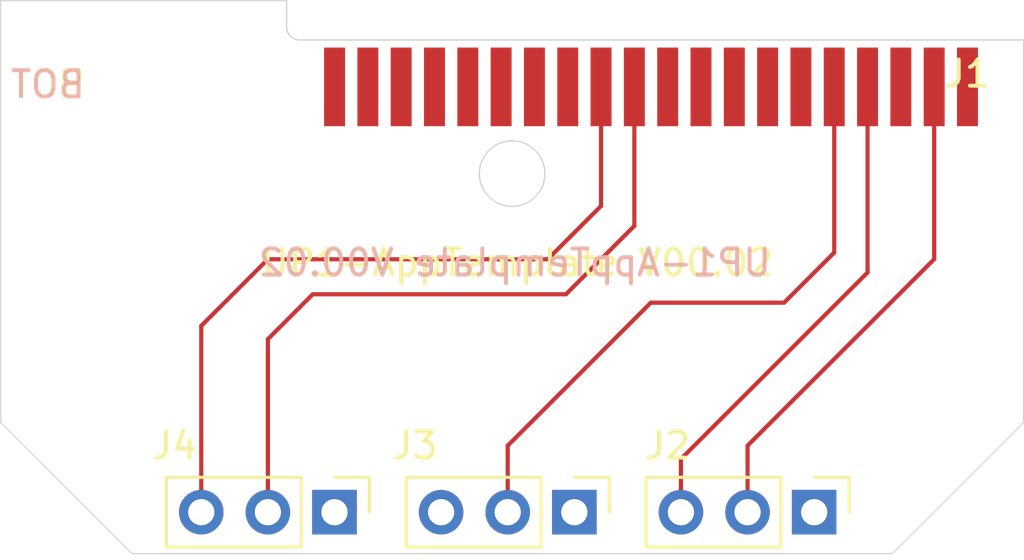
<source format=kicad_pcb>
(kicad_pcb (version 20221018) (generator pcbnew)
  (title_block (date "2022-03-08") (rev "V00.02"))
  (layers (0 "F.Cu" signal) (31 "B.Cu" signal) (34 "B.Paste" user) (35 "F.Paste" user) (36 "B.SilkS" user "B.Silkscreen") (37 "F.SilkS" user "F.Silkscreen") (38 "B.Mask" user) (39 "F.Mask" user) (44 "Edge.Cuts" user))
  (net 0 "")
  (net 1 "GND")
  (net 2 "5V")
  (net 3 "3V3")
  (net 9 "DEBUG_TX")
  (net 10 "DEBUG_RX")
  (net 19 "In")
  (net 20 "Out")
  (footprint "OpenKNX:OpenKNX_UP1-PCBConnector_1x20_App_3D" (layer "F.Cu") (at 126.86 122.19 180)
    (fp_text reference "J1" (at 0 0.5) (layer "F.SilkS"))
    (fp_text value "OpenKNX_UP1-Controller2040" hide)
    (pad "1" smd rect (at 0 0 270) (size 3 0.8) (layers "F.Cu" "F.Paste" "F.Mask") (net 1 "GND"))
    (pad "2" smd rect (at 1.27 0 270) (size 3 0.8) (layers "F.Cu" "F.Paste" "F.Mask") (net 3 "3V3"))
    (pad "3" smd rect (at 2.54 0 270) (size 3 0.8) (layers "F.Cu" "F.Paste" "F.Mask") (net 2 "5V"))
    (pad "4" smd rect (at 3.81 0 270) (size 3 0.8) (layers "F.Cu" "F.Paste" "F.Mask") (net 19 "In"))
    (pad "5" smd rect (at 5.08 0 270) (size 3 0.8) (layers "F.Cu" "F.Paste" "F.Mask") (net 20 "Out"))
    (pad "6" smd rect (at 6.35 0 270) (size 3 0.8) (layers "F.Cu" "F.Paste" "F.Mask"))
    (pad "7" smd rect (at 7.62 0 270) (size 3 0.8) (layers "F.Cu" "F.Paste" "F.Mask"))
    (pad "8" smd rect (at 8.89 0 270) (size 3 0.8) (layers "F.Cu" "F.Paste" "F.Mask"))
    (pad "9" smd rect (at 10.16 0 270) (size 3 0.8) (layers "F.Cu" "F.Paste" "F.Mask"))
    (pad "10" smd rect (at 11.43 0 270) (size 3 0.8) (layers "F.Cu" "F.Paste" "F.Mask"))
    (pad "11" smd rect (at 12.7 0 270) (size 3 0.8) (layers "F.Cu" "F.Paste" "F.Mask") (net 9 "DEBUG_TX"))
    (pad "12" smd rect (at 13.97 0 270) (size 3 0.8) (layers "F.Cu" "F.Paste" "F.Mask") (net 10 "DEBUG_RX"))
    (pad "13" smd rect (at 15.24 0 270) (size 3 0.8) (layers "F.Cu" "F.Paste" "F.Mask"))
    (pad "14" smd rect (at 16.51 0 270) (size 3 0.8) (layers "F.Cu" "F.Paste" "F.Mask"))
    (pad "15" smd rect (at 17.78 0 270) (size 3 0.8) (layers "F.Cu" "F.Paste" "F.Mask"))
    (pad "16" smd rect (at 19.05 0 270) (size 3 0.8) (layers "F.Cu" "F.Paste" "F.Mask"))
    (pad "17" smd rect (at 20.32 0 270) (size 3 0.8) (layers "F.Cu" "F.Paste" "F.Mask"))
    (pad "18" smd rect (at 21.59 0 270) (size 3 0.8) (layers "F.Cu" "F.Paste" "F.Mask"))
    (pad "19" smd rect (at 22.86 0 270) (size 3 0.8) (layers "F.Cu" "F.Paste" "F.Mask"))
    (pad "20" smd rect (at 24.13 0 270) (size 3 0.8) (layers "F.Cu" "F.Paste" "F.Mask"))
  )
  (footprint "Connector_PinHeader_2.54mm:PinHeader_1x03_P2.54mm_Vertical" (layer "F.Cu") (at 121.016 138.42 -90)
    (fp_text reference "J2" (at -2.54 5.588) (layer "F.SilkS"))
    (fp_text value "Recv")
    (fp_line (start -1.33 -1.33) (end 0 -1.33) (stroke (width 0.12)) (layer "F.SilkS"))
    (fp_line (start -1.33 0) (end -1.33 -1.33) (stroke (width 0.12)) (layer "F.SilkS"))
    (fp_line (start -1.33 1.27) (end -1.33 6.41) (stroke (width 0.12)) (layer "F.SilkS"))
    (fp_line (start -1.33 1.27) (end 1.33 1.27) (stroke (width 0.12)) (layer "F.SilkS"))
    (fp_line (start -1.33 6.41) (end 1.33 6.41) (stroke (width 0.12)) (layer "F.SilkS"))
    (fp_line (start 1.33 1.27) (end 1.33 6.41) (stroke (width 0.12)) (layer "F.SilkS"))
    (pad "1" thru_hole rect (at 0 0 270) (size 1.7 1.7) (drill 1) (layers "*.Cu" "*.Mask") (net 1 "GND"))
    (pad "2" thru_hole oval (at 0 2.54 270) (size 1.7 1.7) (drill 1) (layers "*.Cu" "*.Mask") (net 3 "3V3"))
    (pad "3" thru_hole oval (at 0 5.08 270) (size 1.7 1.7) (drill 1) (layers "*.Cu" "*.Mask") (net 19 "In"))
  )
  (footprint "Connector_PinHeader_2.54mm:PinHeader_1x03_P2.54mm_Vertical" (layer "F.Cu") (at 111.872 138.42 -90)
    (fp_text reference "J3" (at -2.54 6.081) (layer "F.SilkS"))
    (fp_text value "Send")
    (fp_line (start -1.33 -1.33) (end 0 -1.33) (stroke (width 0.12)) (layer "F.SilkS"))
    (fp_line (start -1.33 0) (end -1.33 -1.33) (stroke (width 0.12)) (layer "F.SilkS"))
    (fp_line (start -1.33 1.27) (end -1.33 6.41) (stroke (width 0.12)) (layer "F.SilkS"))
    (fp_line (start -1.33 1.27) (end 1.33 1.27) (stroke (width 0.12)) (layer "F.SilkS"))
    (fp_line (start -1.33 6.41) (end 1.33 6.41) (stroke (width 0.12)) (layer "F.SilkS"))
    (fp_line (start 1.33 1.27) (end 1.33 6.41) (stroke (width 0.12)) (layer "F.SilkS"))
    (pad "1" thru_hole rect (at 0 0 270) (size 1.7 1.7) (drill 1) (layers "*.Cu" "*.Mask") (net 1 "GND"))
    (pad "2" thru_hole oval (at 0 2.54 270) (size 1.7 1.7) (drill 1) (layers "*.Cu" "*.Mask") (net 20 "Out"))
    (pad "3" thru_hole oval (at 0 5.08 270) (size 1.7 1.7) (drill 1) (layers "*.Cu" "*.Mask") (net 1 "GND"))
  )
  (footprint "Connector_PinHeader_2.54mm:PinHeader_1x03_P2.54mm_Vertical" (layer "F.Cu") (at 102.728 138.42 -90)
    (fp_text reference "J4" (at -2.54 6.096) (layer "F.SilkS"))
    (fp_text value "Debug")
    (fp_line (start -1.33 -1.33) (end 0 -1.33) (stroke (width 0.12)) (layer "F.SilkS"))
    (fp_line (start -1.33 0) (end -1.33 -1.33) (stroke (width 0.12)) (layer "F.SilkS"))
    (fp_line (start -1.33 1.27) (end -1.33 6.41) (stroke (width 0.12)) (layer "F.SilkS"))
    (fp_line (start -1.33 1.27) (end 1.33 1.27) (stroke (width 0.12)) (layer "F.SilkS"))
    (fp_line (start -1.33 6.41) (end 1.33 6.41) (stroke (width 0.12)) (layer "F.SilkS"))
    (fp_line (start 1.33 1.27) (end 1.33 6.41) (stroke (width 0.12)) (layer "F.SilkS"))
    (pad "1" thru_hole rect (at 0 0 270) (size 1.7 1.7) (drill 1) (layers "*.Cu" "*.Mask") (net 1 "GND"))
    (pad "2" thru_hole oval (at 0 2.54 270) (size 1.7 1.7) (drill 1) (layers "*.Cu" "*.Mask") (net 9 "DEBUG_TX"))
    (pad "3" thru_hole oval (at 0 5.08 270) (size 1.7 1.7) (drill 1) (layers "*.Cu" "*.Mask") (net 10 "DEBUG_RX"))
  )
  (gr_circle (center 109.5 125.5) (end 109.5 124.25) (stroke (width 0.05)) (fill none) (layer "Edge.Cuts"))
  (gr_line (start 90 118.9) (end 100.9 118.9) (stroke (width 0.05)) (layer "Edge.Cuts"))
  (gr_line (start 95 140) (end 106 140) (stroke (width 0.05)) (layer "Edge.Cuts"))
  (gr_line (start 95 140) (end 90 135) (stroke (width 0.05)) (layer "Edge.Cuts"))
  (gr_line (start 129 126) (end 129 135) (stroke (width 0.05)) (layer "Edge.Cuts"))
  (gr_line (start 90 118.9) (end 90 135) (stroke (width 0.05)) (layer "Edge.Cuts"))
  (gr_line (start 129 120.4) (end 101.4 120.4) (stroke (width 0.05)) (layer "Edge.Cuts"))
  (gr_line (start 129 135) (end 124 140) (stroke (width 0.05)) (layer "Edge.Cuts"))
  (gr_line (start 100.9 118.9) (end 100.9 119.9) (stroke (width 0.05)) (layer "Edge.Cuts"))
  (gr_arc (start 101.4 120.4) (mid 101.046447 120.253553) (end 100.9 119.9) (stroke (width 0.05)) (layer "Edge.Cuts"))
  (gr_line (start 129 120.4) (end 129 126) (stroke (width 0.05)) (layer "Edge.Cuts"))
  (gr_line (start 106 140) (end 124 140) (stroke (width 0.05)) (layer "Edge.Cuts"))
  (gr_text "UP1-AppTemplate V00.02" (at 109.6 128.9) (layer "B.SilkS") (effects (font (size 1 1)) (justify mirror)))
  (gr_text "BOT" (at 91.8 122.1) (layer "B.SilkS") (effects (font (size 1 1)) (justify mirror)))
  (gr_text "TOP" (at 91.8 122.1) (layer "F.SilkS") (effects (font (size 1 1))))
  (gr_text "UP1-AppTemplate V00.02" (at 109.7 128.9) (layer "F.SilkS") (effects (font (size 1 1))))
  (segment (start 118.476 138.42) (end 118.476 135.88) (width 0.16) (layer "F.Cu") (net 3))
  (segment (start 118.476 135.88) (end 125.59 128.766) (width 0.16) (layer "F.Cu") (net 3))
  (segment (start 125.59 128.766) (end 125.59 122.19) (width 0.16) (layer "F.Cu") (net 3))
  (segment (start 111.552 130.104) (end 114.16 127.496) (width 0.16) (layer "F.Cu") (net 9))
  (segment (start 114.16 127.496) (end 114.16 122.19) (width 0.16) (layer "F.Cu") (net 9))
  (segment (start 100.188 138.42) (end 100.188 131.816) (width 0.16) (layer "F.Cu") (net 9))
  (segment (start 100.188 131.816) (end 101.9 130.104) (width 0.16) (layer "F.Cu") (net 9))
  (segment (start 101.9 130.104) (end 111.552 130.104) (width 0.16) (layer "F.Cu") (net 9))
  (segment (start 110.856 128.768) (end 112.89 126.734) (width 0.16) (layer "F.Cu") (net 10))
  (segment (start 112.89 126.734) (end 112.89 122.19) (width 0.16) (layer "F.Cu") (net 10))
  (segment (start 97.648 131.308) (end 100.188 128.768) (width 0.16) (layer "F.Cu") (net 10))
  (segment (start 97.648 138.42) (end 97.648 131.308) (width 0.16) (layer "F.Cu") (net 10))
  (segment (start 100.188 128.768) (end 110.856 128.768) (width 0.16) (layer "F.Cu") (net 10))
  (segment (start 115.936 138.42) (end 115.936 136.388) (width 0.16) (layer "F.Cu") (net 19))
  (segment (start 115.936 136.388) (end 123.05 129.274) (width 0.16) (layer "F.Cu") (net 19))
  (segment (start 123.05 129.274) (end 123.05 122.19) (width 0.16) (layer "F.Cu") (net 19))
  (segment (start 114.788 130.424) (end 119.868 130.424) (width 0.16) (layer "F.Cu") (net 20))
  (segment (start 121.78 128.512) (end 121.78 122.19) (width 0.16) (layer "F.Cu") (net 20))
  (segment (start 109.332 135.88) (end 114.788 130.424) (width 0.16) (layer "F.Cu") (net 20))
  (segment (start 119.868 130.424) (end 121.78 128.512) (width 0.16) (layer "F.Cu") (net 20))
  (segment (start 109.332 138.42) (end 109.332 135.88) (width 0.16) (layer "F.Cu") (net 20))
)
</source>
